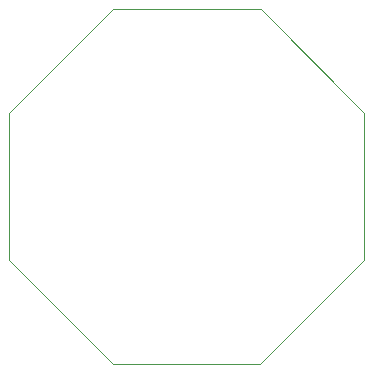
<source format=gbr>
%TF.GenerationSoftware,KiCad,Pcbnew,(6.0.2)*%
%TF.CreationDate,2022-04-03T14:16:10+02:00*%
%TF.ProjectId,Blinky,426c696e-6b79-42e6-9b69-6361645f7063,rev?*%
%TF.SameCoordinates,Original*%
%TF.FileFunction,Profile,NP*%
%FSLAX46Y46*%
G04 Gerber Fmt 4.6, Leading zero omitted, Abs format (unit mm)*
G04 Created by KiCad (PCBNEW (6.0.2)) date 2022-04-03 14:16:10*
%MOMM*%
%LPD*%
G01*
G04 APERTURE LIST*
%TA.AperFunction,Profile*%
%ADD10C,0.100000*%
%TD*%
G04 APERTURE END LIST*
D10*
X208070000Y-47475000D02*
X208070000Y-59905000D01*
X208070000Y-59905000D02*
X199270000Y-68705000D01*
X199270000Y-68705000D02*
X186830000Y-68705000D01*
X186830000Y-68705000D02*
X178030000Y-59905000D01*
X178030000Y-59905000D02*
X178030000Y-47475000D01*
X178030000Y-47475000D02*
X186830000Y-38685000D01*
X186830000Y-38685000D02*
X199310000Y-38685000D01*
X199310000Y-38685000D02*
X208070000Y-47475000D01*
M02*

</source>
